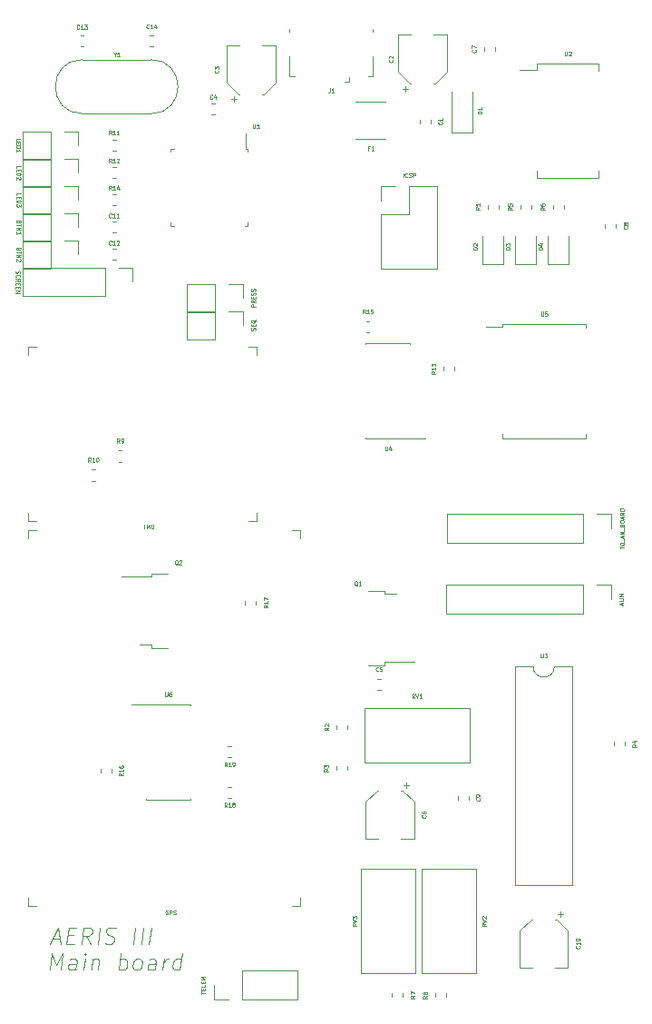
<source format=gto>
G04 #@! TF.GenerationSoftware,KiCad,Pcbnew,(5.1.0)-1*
G04 #@! TF.CreationDate,2019-06-01T09:59:27+02:00*
G04 #@! TF.ProjectId,Main_board,4d61696e-5f62-46f6-9172-642e6b696361,V0-2*
G04 #@! TF.SameCoordinates,Original*
G04 #@! TF.FileFunction,Legend,Top*
G04 #@! TF.FilePolarity,Positive*
%FSLAX46Y46*%
G04 Gerber Fmt 4.6, Leading zero omitted, Abs format (unit mm)*
G04 Created by KiCad (PCBNEW (5.1.0)-1) date 2019-06-01 09:59:27*
%MOMM*%
%LPD*%
G04 APERTURE LIST*
%ADD10C,0.050800*%
G04 APERTURE END LIST*
D10*
X128244554Y-140973628D02*
X128435054Y-139449628D01*
X128806983Y-140538200D01*
X129451054Y-139449628D01*
X129260554Y-140973628D01*
X130639411Y-140973628D02*
X130739197Y-140175342D01*
X130684768Y-140030200D01*
X130548697Y-139957628D01*
X130258411Y-139957628D01*
X130104197Y-140030200D01*
X130648483Y-140901057D02*
X130494268Y-140973628D01*
X130131411Y-140973628D01*
X129995340Y-140901057D01*
X129940911Y-140755914D01*
X129959054Y-140610771D01*
X130049768Y-140465628D01*
X130203983Y-140393057D01*
X130566840Y-140393057D01*
X130721054Y-140320485D01*
X131365126Y-140973628D02*
X131492126Y-139957628D01*
X131555626Y-139449628D02*
X131473983Y-139522200D01*
X131537483Y-139594771D01*
X131619126Y-139522200D01*
X131555626Y-139449628D01*
X131537483Y-139594771D01*
X132217840Y-139957628D02*
X132090840Y-140973628D01*
X132199697Y-140102771D02*
X132281340Y-140030200D01*
X132435554Y-139957628D01*
X132653268Y-139957628D01*
X132789340Y-140030200D01*
X132843768Y-140175342D01*
X132743983Y-140973628D01*
X134630840Y-140973628D02*
X134821340Y-139449628D01*
X134748768Y-140030200D02*
X134902983Y-139957628D01*
X135193268Y-139957628D01*
X135329340Y-140030200D01*
X135392840Y-140102771D01*
X135447268Y-140247914D01*
X135392840Y-140683342D01*
X135302126Y-140828485D01*
X135220483Y-140901057D01*
X135066268Y-140973628D01*
X134775983Y-140973628D01*
X134639911Y-140901057D01*
X136227411Y-140973628D02*
X136091340Y-140901057D01*
X136027840Y-140828485D01*
X135973411Y-140683342D01*
X136027840Y-140247914D01*
X136118554Y-140102771D01*
X136200197Y-140030200D01*
X136354411Y-139957628D01*
X136572126Y-139957628D01*
X136708197Y-140030200D01*
X136771697Y-140102771D01*
X136826126Y-140247914D01*
X136771697Y-140683342D01*
X136680983Y-140828485D01*
X136599340Y-140901057D01*
X136445126Y-140973628D01*
X136227411Y-140973628D01*
X138041697Y-140973628D02*
X138141483Y-140175342D01*
X138087054Y-140030200D01*
X137950983Y-139957628D01*
X137660697Y-139957628D01*
X137506483Y-140030200D01*
X138050768Y-140901057D02*
X137896554Y-140973628D01*
X137533697Y-140973628D01*
X137397626Y-140901057D01*
X137343197Y-140755914D01*
X137361340Y-140610771D01*
X137452054Y-140465628D01*
X137606268Y-140393057D01*
X137969126Y-140393057D01*
X138123340Y-140320485D01*
X138767411Y-140973628D02*
X138894411Y-139957628D01*
X138858126Y-140247914D02*
X138948840Y-140102771D01*
X139030483Y-140030200D01*
X139184697Y-139957628D01*
X139329840Y-139957628D01*
X140363983Y-140973628D02*
X140554483Y-139449628D01*
X140373054Y-140901057D02*
X140218840Y-140973628D01*
X139928554Y-140973628D01*
X139792483Y-140901057D01*
X139728983Y-140828485D01*
X139674554Y-140683342D01*
X139728983Y-140247914D01*
X139819697Y-140102771D01*
X139901340Y-140030200D01*
X140055554Y-139957628D01*
X140345840Y-139957628D01*
X140481911Y-140030200D01*
X128465897Y-138099800D02*
X129191611Y-138099800D01*
X128266326Y-138535228D02*
X128964826Y-137011228D01*
X129282326Y-138535228D01*
X129890111Y-137736942D02*
X130398111Y-137736942D01*
X130516040Y-138535228D02*
X129790326Y-138535228D01*
X129980826Y-137011228D01*
X130706540Y-137011228D01*
X132040040Y-138535228D02*
X131622754Y-137809514D01*
X131169183Y-138535228D02*
X131359683Y-137011228D01*
X131940254Y-137011228D01*
X132076326Y-137083800D01*
X132139826Y-137156371D01*
X132194254Y-137301514D01*
X132167040Y-137519228D01*
X132076326Y-137664371D01*
X131994683Y-137736942D01*
X131840468Y-137809514D01*
X131259897Y-137809514D01*
X132693183Y-138535228D02*
X132883683Y-137011228D01*
X133355397Y-138462657D02*
X133564040Y-138535228D01*
X133926897Y-138535228D01*
X134081111Y-138462657D01*
X134162754Y-138390085D01*
X134253468Y-138244942D01*
X134271611Y-138099800D01*
X134217183Y-137954657D01*
X134153683Y-137882085D01*
X134017611Y-137809514D01*
X133736397Y-137736942D01*
X133600326Y-137664371D01*
X133536826Y-137591800D01*
X133482397Y-137446657D01*
X133500540Y-137301514D01*
X133591254Y-137156371D01*
X133672897Y-137083800D01*
X133827111Y-137011228D01*
X134189968Y-137011228D01*
X134398611Y-137083800D01*
X136031468Y-138535228D02*
X136221968Y-137011228D01*
X136757183Y-138535228D02*
X136947683Y-137011228D01*
X137482897Y-138535228D02*
X137673397Y-137011228D01*
X147523200Y-99136200D02*
X146761200Y-99136200D01*
X147523200Y-98374200D02*
X147523200Y-99136200D01*
X147523200Y-82880200D02*
X146761200Y-82880200D01*
X147523200Y-83642200D02*
X147523200Y-82880200D01*
X126187200Y-82880200D02*
X126187200Y-83642200D01*
X126949200Y-82880200D02*
X126187200Y-82880200D01*
X126187200Y-99136200D02*
X126949200Y-99136200D01*
X126187200Y-98374200D02*
X126187200Y-99136200D01*
X134376379Y-73734200D02*
X134050821Y-73734200D01*
X134376379Y-74754200D02*
X134050821Y-74754200D01*
X134376379Y-71194200D02*
X134050821Y-71194200D01*
X134376379Y-72214200D02*
X134050821Y-72214200D01*
X166291800Y-124754421D02*
X166291800Y-125079979D01*
X167311800Y-124754421D02*
X167311800Y-125079979D01*
X161779200Y-123742000D02*
X161279200Y-123742000D01*
X161529200Y-123492000D02*
X161529200Y-123992000D01*
X158773637Y-124232000D02*
X157709200Y-125296437D01*
X161164763Y-124232000D02*
X162229200Y-125296437D01*
X161164763Y-124232000D02*
X161029200Y-124232000D01*
X158773637Y-124232000D02*
X158909200Y-124232000D01*
X157709200Y-125296437D02*
X157709200Y-128752000D01*
X162229200Y-125296437D02*
X162229200Y-128752000D01*
X162229200Y-128752000D02*
X161029200Y-128752000D01*
X157709200Y-128752000D02*
X158909200Y-128752000D01*
X180603200Y-105070600D02*
X180603200Y-106400600D01*
X179273200Y-105070600D02*
X180603200Y-105070600D01*
X178003200Y-105070600D02*
X178003200Y-107730600D01*
X178003200Y-107730600D02*
X165243200Y-107730600D01*
X178003200Y-105070600D02*
X165243200Y-105070600D01*
X165243200Y-105070600D02*
X165243200Y-107730600D01*
X130895400Y-70374200D02*
X130895400Y-71704200D01*
X129565400Y-70374200D02*
X130895400Y-70374200D01*
X128295400Y-70374200D02*
X128295400Y-73034200D01*
X128295400Y-73034200D02*
X125695400Y-73034200D01*
X128295400Y-70374200D02*
X125695400Y-70374200D01*
X125695400Y-70374200D02*
X125695400Y-73034200D01*
X125695400Y-72914200D02*
X125695400Y-75574200D01*
X128295400Y-72914200D02*
X125695400Y-72914200D01*
X128295400Y-75574200D02*
X125695400Y-75574200D01*
X128295400Y-72914200D02*
X128295400Y-75574200D01*
X129565400Y-72914200D02*
X130895400Y-72914200D01*
X130895400Y-72914200D02*
X130895400Y-74244200D01*
X162761200Y-61686121D02*
X162761200Y-62011679D01*
X163781200Y-61686121D02*
X163781200Y-62011679D01*
X165277200Y-53772400D02*
X164077200Y-53772400D01*
X160757200Y-53772400D02*
X161957200Y-53772400D01*
X160757200Y-57227963D02*
X160757200Y-53772400D01*
X165277200Y-57227963D02*
X165277200Y-53772400D01*
X164212763Y-58292400D02*
X164077200Y-58292400D01*
X161821637Y-58292400D02*
X161957200Y-58292400D01*
X161821637Y-58292400D02*
X160757200Y-57227963D01*
X164212763Y-58292400D02*
X165277200Y-57227963D01*
X161457200Y-59032400D02*
X161457200Y-58532400D01*
X161207200Y-58782400D02*
X161707200Y-58782400D01*
X145205200Y-59773000D02*
X145705200Y-59773000D01*
X145455200Y-60023000D02*
X145455200Y-59523000D01*
X148210763Y-59283000D02*
X149275200Y-58218563D01*
X145819637Y-59283000D02*
X144755200Y-58218563D01*
X145819637Y-59283000D02*
X145955200Y-59283000D01*
X148210763Y-59283000D02*
X148075200Y-59283000D01*
X149275200Y-58218563D02*
X149275200Y-54763000D01*
X144755200Y-58218563D02*
X144755200Y-54763000D01*
X144755200Y-54763000D02*
X145955200Y-54763000D01*
X149275200Y-54763000D02*
X148075200Y-54763000D01*
X143647379Y-61190600D02*
X143321821Y-61190600D01*
X143647379Y-60170600D02*
X143321821Y-60170600D01*
X158790421Y-113866200D02*
X159115979Y-113866200D01*
X158790421Y-114886200D02*
X159115979Y-114886200D01*
X168755600Y-55255379D02*
X168755600Y-54929821D01*
X169775600Y-55255379D02*
X169775600Y-54929821D01*
X180058600Y-71414421D02*
X180058600Y-71739979D01*
X181078600Y-71414421D02*
X181078600Y-71739979D01*
X176155600Y-135756200D02*
X175655600Y-135756200D01*
X175905600Y-135506200D02*
X175905600Y-136006200D01*
X173150037Y-136246200D02*
X172085600Y-137310637D01*
X175541163Y-136246200D02*
X176605600Y-137310637D01*
X175541163Y-136246200D02*
X175405600Y-136246200D01*
X173150037Y-136246200D02*
X173285600Y-136246200D01*
X172085600Y-137310637D02*
X172085600Y-140766200D01*
X176605600Y-137310637D02*
X176605600Y-140766200D01*
X176605600Y-140766200D02*
X175405600Y-140766200D01*
X172085600Y-140766200D02*
X173285600Y-140766200D01*
X131079021Y-53795200D02*
X131404579Y-53795200D01*
X131079021Y-54815200D02*
X131404579Y-54815200D01*
X137881579Y-53795200D02*
X137556021Y-53795200D01*
X137881579Y-54815200D02*
X137556021Y-54815200D01*
X165700200Y-62909000D02*
X167700200Y-62909000D01*
X167700200Y-62909000D02*
X167700200Y-59059000D01*
X165700200Y-62909000D02*
X165700200Y-59059000D01*
X168635800Y-72507600D02*
X168635800Y-75192600D01*
X168635800Y-75192600D02*
X170555800Y-75192600D01*
X170555800Y-75192600D02*
X170555800Y-72507600D01*
X171683800Y-72507600D02*
X171683800Y-75192600D01*
X171683800Y-75192600D02*
X173603800Y-75192600D01*
X173603800Y-75192600D02*
X173603800Y-72507600D01*
X176651800Y-75192600D02*
X176651800Y-72507600D01*
X174731800Y-75192600D02*
X176651800Y-75192600D01*
X174731800Y-72507600D02*
X174731800Y-75192600D01*
X159577452Y-63432000D02*
X156804948Y-63432000D01*
X159577452Y-60012000D02*
X156804948Y-60012000D01*
X151561800Y-99949000D02*
X151561800Y-100711000D01*
X150799800Y-99949000D02*
X151561800Y-99949000D01*
X126161800Y-99949000D02*
X126161800Y-100711000D01*
X126923800Y-99949000D02*
X126161800Y-99949000D01*
X126161800Y-135001000D02*
X126923800Y-135001000D01*
X126161800Y-134239000D02*
X126161800Y-135001000D01*
X151561800Y-135001000D02*
X151561800Y-134239000D01*
X150799800Y-135001000D02*
X151561800Y-135001000D01*
X159172600Y-75599600D02*
X164372600Y-75599600D01*
X159172600Y-70459600D02*
X159172600Y-75599600D01*
X164372600Y-67859600D02*
X164372600Y-75599600D01*
X159172600Y-70459600D02*
X161772600Y-70459600D01*
X161772600Y-70459600D02*
X161772600Y-67859600D01*
X161772600Y-67859600D02*
X164372600Y-67859600D01*
X159172600Y-69189600D02*
X159172600Y-67859600D01*
X159172600Y-67859600D02*
X160502600Y-67859600D01*
X158408200Y-57617100D02*
X157958200Y-57617100D01*
X158408200Y-55767100D02*
X158408200Y-57617100D01*
X150608200Y-53217100D02*
X150608200Y-53467100D01*
X158408200Y-53217100D02*
X158408200Y-53467100D01*
X150608200Y-55767100D02*
X150608200Y-57617100D01*
X150608200Y-57617100D02*
X151058200Y-57617100D01*
X156208200Y-58167100D02*
X155758200Y-58167100D01*
X156208200Y-58167100D02*
X156208200Y-57717100D01*
X130895400Y-62754200D02*
X130895400Y-64084200D01*
X129565400Y-62754200D02*
X130895400Y-62754200D01*
X128295400Y-62754200D02*
X128295400Y-65414200D01*
X128295400Y-65414200D02*
X125695400Y-65414200D01*
X128295400Y-62754200D02*
X125695400Y-62754200D01*
X125695400Y-62754200D02*
X125695400Y-65414200D01*
X125695400Y-65294200D02*
X125695400Y-67954200D01*
X128295400Y-65294200D02*
X125695400Y-65294200D01*
X128295400Y-67954200D02*
X125695400Y-67954200D01*
X128295400Y-65294200D02*
X128295400Y-67954200D01*
X129565400Y-65294200D02*
X130895400Y-65294200D01*
X130895400Y-65294200D02*
X130895400Y-66624200D01*
X125695400Y-67834200D02*
X125695400Y-70494200D01*
X128295400Y-67834200D02*
X125695400Y-67834200D01*
X128295400Y-70494200D02*
X125695400Y-70494200D01*
X128295400Y-67834200D02*
X128295400Y-70494200D01*
X129565400Y-67834200D02*
X130895400Y-67834200D01*
X130895400Y-67834200D02*
X130895400Y-69164200D01*
X141037000Y-76978200D02*
X141037000Y-79638200D01*
X143637000Y-76978200D02*
X141037000Y-76978200D01*
X143637000Y-79638200D02*
X141037000Y-79638200D01*
X143637000Y-76978200D02*
X143637000Y-79638200D01*
X144907000Y-76978200D02*
X146237000Y-76978200D01*
X146237000Y-76978200D02*
X146237000Y-78308200D01*
X159457800Y-105914000D02*
X160557800Y-105914000D01*
X159457800Y-105644000D02*
X159457800Y-105914000D01*
X157957800Y-105644000D02*
X159457800Y-105644000D01*
X159457800Y-112274000D02*
X162287800Y-112274000D01*
X159457800Y-112544000D02*
X159457800Y-112274000D01*
X157957800Y-112544000D02*
X159457800Y-112544000D01*
X139250401Y-104032801D02*
X137750401Y-104032801D01*
X137750401Y-104032801D02*
X137750401Y-104302801D01*
X137750401Y-104302801D02*
X134920401Y-104302801D01*
X139250401Y-110932801D02*
X137750401Y-110932801D01*
X137750401Y-110932801D02*
X137750401Y-110662801D01*
X137750401Y-110662801D02*
X136650401Y-110662801D01*
X170105800Y-69636421D02*
X170105800Y-69961979D01*
X169085800Y-69636421D02*
X169085800Y-69961979D01*
X156008800Y-118501379D02*
X156008800Y-118175821D01*
X154988800Y-118501379D02*
X154988800Y-118175821D01*
X154963400Y-122336779D02*
X154963400Y-122011221D01*
X155983400Y-122336779D02*
X155983400Y-122011221D01*
X180896800Y-119725221D02*
X180896800Y-120050779D01*
X181916800Y-119725221D02*
X181916800Y-120050779D01*
X172133800Y-69961979D02*
X172133800Y-69636421D01*
X173153800Y-69961979D02*
X173153800Y-69636421D01*
X175181800Y-69961979D02*
X175181800Y-69636421D01*
X176201800Y-69961979D02*
X176201800Y-69636421D01*
X160170400Y-143169421D02*
X160170400Y-143494979D01*
X161190400Y-143169421D02*
X161190400Y-143494979D01*
X164183600Y-143494979D02*
X164183600Y-143169421D01*
X165203600Y-143494979D02*
X165203600Y-143169421D01*
X134635021Y-93575600D02*
X134960579Y-93575600D01*
X134635021Y-92555600D02*
X134960579Y-92555600D01*
X132120421Y-94333600D02*
X132445979Y-94333600D01*
X132120421Y-95353600D02*
X132445979Y-95353600D01*
X134050821Y-64594200D02*
X134376379Y-64594200D01*
X134050821Y-63574200D02*
X134376379Y-63574200D01*
X134050821Y-67134200D02*
X134376379Y-67134200D01*
X134050821Y-66114200D02*
X134376379Y-66114200D01*
X164971000Y-85074979D02*
X164971000Y-84749421D01*
X165991000Y-85074979D02*
X165991000Y-84749421D01*
X134050821Y-68654200D02*
X134376379Y-68654200D01*
X134050821Y-69674200D02*
X134376379Y-69674200D01*
X157749021Y-80516000D02*
X158074579Y-80516000D01*
X157749021Y-81536000D02*
X158074579Y-81536000D01*
X132941600Y-122239821D02*
X132941600Y-122565379D01*
X133961600Y-122239821D02*
X133961600Y-122565379D01*
X147474400Y-106542721D02*
X147474400Y-106868279D01*
X146454400Y-106542721D02*
X146454400Y-106868279D01*
X145171379Y-123950000D02*
X144845821Y-123950000D01*
X145171379Y-124970000D02*
X144845821Y-124970000D01*
X145171379Y-120140000D02*
X144845821Y-120140000D01*
X145171379Y-121160000D02*
X144845821Y-121160000D01*
X157624200Y-116570600D02*
X167394200Y-116570600D01*
X157624200Y-121640600D02*
X167394200Y-121640600D01*
X157624200Y-116570600D02*
X157624200Y-121640600D01*
X167394200Y-116570600D02*
X167394200Y-121640600D01*
X162976400Y-141308400D02*
X162976400Y-131538400D01*
X168046400Y-141308400D02*
X168046400Y-131538400D01*
X162976400Y-141308400D02*
X168046400Y-141308400D01*
X162976400Y-131538400D02*
X168046400Y-131538400D01*
X157261400Y-131538400D02*
X162331400Y-131538400D01*
X157261400Y-141308400D02*
X162331400Y-141308400D01*
X162331400Y-141308400D02*
X162331400Y-131538400D01*
X157261400Y-141308400D02*
X157261400Y-131538400D01*
X125695400Y-75454200D02*
X125695400Y-78114200D01*
X133375400Y-75454200D02*
X125695400Y-75454200D01*
X133375400Y-78114200D02*
X125695400Y-78114200D01*
X133375400Y-75454200D02*
X133375400Y-78114200D01*
X134645400Y-75454200D02*
X135975400Y-75454200D01*
X135975400Y-75454200D02*
X135975400Y-76784200D01*
X146237000Y-79518200D02*
X146237000Y-80848200D01*
X144907000Y-79518200D02*
X146237000Y-79518200D01*
X143637000Y-79518200D02*
X143637000Y-82178200D01*
X143637000Y-82178200D02*
X141037000Y-82178200D01*
X143637000Y-79518200D02*
X141037000Y-79518200D01*
X141037000Y-79518200D02*
X141037000Y-82178200D01*
X151317000Y-143722400D02*
X151317000Y-141062400D01*
X146177000Y-143722400D02*
X151317000Y-143722400D01*
X146177000Y-141062400D02*
X151317000Y-141062400D01*
X146177000Y-143722400D02*
X146177000Y-141062400D01*
X144907000Y-143722400D02*
X143577000Y-143722400D01*
X143577000Y-143722400D02*
X143577000Y-142392400D01*
X165294000Y-98466600D02*
X165294000Y-101126600D01*
X178054000Y-98466600D02*
X165294000Y-98466600D01*
X178054000Y-101126600D02*
X165294000Y-101126600D01*
X178054000Y-98466600D02*
X178054000Y-101126600D01*
X179324000Y-98466600D02*
X180654000Y-98466600D01*
X180654000Y-98466600D02*
X180654000Y-99796600D01*
X146720400Y-64364400D02*
X146495400Y-64364400D01*
X146720400Y-71614400D02*
X146395400Y-71614400D01*
X139470400Y-71614400D02*
X139795400Y-71614400D01*
X139470400Y-64364400D02*
X139795400Y-64364400D01*
X146720400Y-64364400D02*
X146720400Y-64689400D01*
X139470400Y-64364400D02*
X139470400Y-64689400D01*
X139470400Y-71614400D02*
X139470400Y-71289400D01*
X146720400Y-71614400D02*
X146720400Y-71289400D01*
X146495400Y-64364400D02*
X146495400Y-62939400D01*
X173705800Y-56447800D02*
X173705800Y-57022800D01*
X179455800Y-56447800D02*
X179455800Y-57097800D01*
X179455800Y-67097800D02*
X179455800Y-66447800D01*
X173705800Y-67097800D02*
X173705800Y-66447800D01*
X173705800Y-56447800D02*
X179455800Y-56447800D01*
X173705800Y-67097800D02*
X179455800Y-67097800D01*
X173705800Y-57022800D02*
X172105800Y-57022800D01*
X175345600Y-112665200D02*
G75*
G02X173345600Y-112665200I-1000000J0D01*
G01*
X173345600Y-112665200D02*
X171695600Y-112665200D01*
X171695600Y-112665200D02*
X171695600Y-133105200D01*
X171695600Y-133105200D02*
X176995600Y-133105200D01*
X176995600Y-133105200D02*
X176995600Y-112665200D01*
X176995600Y-112665200D02*
X175345600Y-112665200D01*
X161884200Y-91394600D02*
X163259200Y-91394600D01*
X161884200Y-82519600D02*
X157734200Y-82519600D01*
X161884200Y-91419600D02*
X157734200Y-91419600D01*
X161884200Y-82519600D02*
X161884200Y-82634600D01*
X157734200Y-82519600D02*
X157734200Y-82634600D01*
X157734200Y-91419600D02*
X157734200Y-91304600D01*
X161884200Y-91419600D02*
X161884200Y-91394600D01*
X170496000Y-80730200D02*
X170496000Y-81005200D01*
X178246000Y-80730200D02*
X178246000Y-81085200D01*
X178246000Y-91380200D02*
X178246000Y-91025200D01*
X170496000Y-91380200D02*
X170496000Y-91025200D01*
X170496000Y-80730200D02*
X178246000Y-80730200D01*
X170496000Y-91380200D02*
X178246000Y-91380200D01*
X170496000Y-81005200D02*
X168971000Y-81005200D01*
X137193200Y-116200000D02*
X137193200Y-116225000D01*
X141343200Y-116200000D02*
X141343200Y-116315000D01*
X141343200Y-125100000D02*
X141343200Y-124985000D01*
X137193200Y-125100000D02*
X137193200Y-124985000D01*
X137193200Y-116200000D02*
X141343200Y-116200000D01*
X137193200Y-125100000D02*
X141343200Y-125100000D01*
X137193200Y-116225000D02*
X135818200Y-116225000D01*
X137666000Y-61122800D02*
X131266000Y-61122800D01*
X137666000Y-56072800D02*
X131266000Y-56072800D01*
X137666000Y-56072800D02*
G75*
G02X137666000Y-61122800I0J-2525000D01*
G01*
X131266000Y-56072800D02*
G75*
G03X131266000Y-61122800I0J-2525000D01*
G01*
X137072914Y-99816557D02*
X137072914Y-99435557D01*
X137254342Y-99816557D02*
X137254342Y-99435557D01*
X137381342Y-99707700D01*
X137508342Y-99435557D01*
X137508342Y-99816557D01*
X137689771Y-99435557D02*
X137689771Y-99743985D01*
X137707914Y-99780271D01*
X137726057Y-99798414D01*
X137762342Y-99816557D01*
X137834914Y-99816557D01*
X137871200Y-99798414D01*
X137889342Y-99780271D01*
X137907485Y-99743985D01*
X137907485Y-99435557D01*
X133968671Y-73313471D02*
X133950528Y-73331614D01*
X133896100Y-73349757D01*
X133859814Y-73349757D01*
X133805385Y-73331614D01*
X133769100Y-73295328D01*
X133750957Y-73259042D01*
X133732814Y-73186471D01*
X133732814Y-73132042D01*
X133750957Y-73059471D01*
X133769100Y-73023185D01*
X133805385Y-72986900D01*
X133859814Y-72968757D01*
X133896100Y-72968757D01*
X133950528Y-72986900D01*
X133968671Y-73005042D01*
X134331528Y-73349757D02*
X134113814Y-73349757D01*
X134222671Y-73349757D02*
X134222671Y-72968757D01*
X134186385Y-73023185D01*
X134150100Y-73059471D01*
X134113814Y-73077614D01*
X134476671Y-73005042D02*
X134494814Y-72986900D01*
X134531100Y-72968757D01*
X134621814Y-72968757D01*
X134658100Y-72986900D01*
X134676242Y-73005042D01*
X134694385Y-73041328D01*
X134694385Y-73077614D01*
X134676242Y-73132042D01*
X134458528Y-73349757D01*
X134694385Y-73349757D01*
X133968671Y-70773471D02*
X133950528Y-70791614D01*
X133896100Y-70809757D01*
X133859814Y-70809757D01*
X133805385Y-70791614D01*
X133769100Y-70755328D01*
X133750957Y-70719042D01*
X133732814Y-70646471D01*
X133732814Y-70592042D01*
X133750957Y-70519471D01*
X133769100Y-70483185D01*
X133805385Y-70446900D01*
X133859814Y-70428757D01*
X133896100Y-70428757D01*
X133950528Y-70446900D01*
X133968671Y-70465042D01*
X134331528Y-70809757D02*
X134113814Y-70809757D01*
X134222671Y-70809757D02*
X134222671Y-70428757D01*
X134186385Y-70483185D01*
X134150100Y-70519471D01*
X134113814Y-70537614D01*
X134694385Y-70809757D02*
X134476671Y-70809757D01*
X134585528Y-70809757D02*
X134585528Y-70428757D01*
X134549242Y-70483185D01*
X134512957Y-70519471D01*
X134476671Y-70537614D01*
X168367871Y-124980700D02*
X168386014Y-124998842D01*
X168404157Y-125053271D01*
X168404157Y-125089557D01*
X168386014Y-125143985D01*
X168349728Y-125180271D01*
X168313442Y-125198414D01*
X168240871Y-125216557D01*
X168186442Y-125216557D01*
X168113871Y-125198414D01*
X168077585Y-125180271D01*
X168041300Y-125143985D01*
X168023157Y-125089557D01*
X168023157Y-125053271D01*
X168041300Y-124998842D01*
X168059442Y-124980700D01*
X168404157Y-124799271D02*
X168404157Y-124726700D01*
X168386014Y-124690414D01*
X168367871Y-124672271D01*
X168313442Y-124635985D01*
X168240871Y-124617842D01*
X168095728Y-124617842D01*
X168059442Y-124635985D01*
X168041300Y-124654128D01*
X168023157Y-124690414D01*
X168023157Y-124762985D01*
X168041300Y-124799271D01*
X168059442Y-124817414D01*
X168095728Y-124835557D01*
X168186442Y-124835557D01*
X168222728Y-124817414D01*
X168240871Y-124799271D01*
X168259014Y-124762985D01*
X168259014Y-124690414D01*
X168240871Y-124654128D01*
X168222728Y-124635985D01*
X168186442Y-124617842D01*
X163305271Y-126555500D02*
X163323414Y-126573642D01*
X163341557Y-126628071D01*
X163341557Y-126664357D01*
X163323414Y-126718785D01*
X163287128Y-126755071D01*
X163250842Y-126773214D01*
X163178271Y-126791357D01*
X163123842Y-126791357D01*
X163051271Y-126773214D01*
X163014985Y-126755071D01*
X162978700Y-126718785D01*
X162960557Y-126664357D01*
X162960557Y-126628071D01*
X162978700Y-126573642D01*
X162996842Y-126555500D01*
X162960557Y-126228928D02*
X162960557Y-126301500D01*
X162978700Y-126337785D01*
X162996842Y-126355928D01*
X163051271Y-126392214D01*
X163123842Y-126410357D01*
X163268985Y-126410357D01*
X163305271Y-126392214D01*
X163323414Y-126374071D01*
X163341557Y-126337785D01*
X163341557Y-126265214D01*
X163323414Y-126228928D01*
X163305271Y-126210785D01*
X163268985Y-126192642D01*
X163178271Y-126192642D01*
X163141985Y-126210785D01*
X163123842Y-126228928D01*
X163105700Y-126265214D01*
X163105700Y-126337785D01*
X163123842Y-126374071D01*
X163141985Y-126392214D01*
X163178271Y-126410357D01*
X181666700Y-106953957D02*
X181666700Y-106772528D01*
X181775557Y-106990242D02*
X181394557Y-106863242D01*
X181775557Y-106736242D01*
X181775557Y-106427814D02*
X181775557Y-106609242D01*
X181394557Y-106609242D01*
X181775557Y-106300814D02*
X181394557Y-106300814D01*
X181775557Y-106119385D02*
X181394557Y-106119385D01*
X181666700Y-105992385D01*
X181394557Y-105865385D01*
X181775557Y-105865385D01*
X125325414Y-71205271D02*
X125307271Y-71259700D01*
X125289128Y-71277842D01*
X125252842Y-71295985D01*
X125198414Y-71295985D01*
X125162128Y-71277842D01*
X125143985Y-71259700D01*
X125125842Y-71223414D01*
X125125842Y-71078271D01*
X125506842Y-71078271D01*
X125506842Y-71205271D01*
X125488700Y-71241557D01*
X125470557Y-71259700D01*
X125434271Y-71277842D01*
X125397985Y-71277842D01*
X125361700Y-71259700D01*
X125343557Y-71241557D01*
X125325414Y-71205271D01*
X125325414Y-71078271D01*
X125506842Y-71404842D02*
X125506842Y-71622557D01*
X125125842Y-71513700D02*
X125506842Y-71513700D01*
X125125842Y-71749557D02*
X125506842Y-71749557D01*
X125125842Y-71967271D01*
X125506842Y-71967271D01*
X125125842Y-72348271D02*
X125125842Y-72130557D01*
X125125842Y-72239414D02*
X125506842Y-72239414D01*
X125452414Y-72203128D01*
X125416128Y-72166842D01*
X125397985Y-72130557D01*
X125300014Y-73745271D02*
X125281871Y-73799700D01*
X125263728Y-73817842D01*
X125227442Y-73835985D01*
X125173014Y-73835985D01*
X125136728Y-73817842D01*
X125118585Y-73799700D01*
X125100442Y-73763414D01*
X125100442Y-73618271D01*
X125481442Y-73618271D01*
X125481442Y-73745271D01*
X125463300Y-73781557D01*
X125445157Y-73799700D01*
X125408871Y-73817842D01*
X125372585Y-73817842D01*
X125336300Y-73799700D01*
X125318157Y-73781557D01*
X125300014Y-73745271D01*
X125300014Y-73618271D01*
X125481442Y-73944842D02*
X125481442Y-74162557D01*
X125100442Y-74053700D02*
X125481442Y-74053700D01*
X125100442Y-74289557D02*
X125481442Y-74289557D01*
X125100442Y-74507271D01*
X125481442Y-74507271D01*
X125445157Y-74670557D02*
X125463300Y-74688700D01*
X125481442Y-74724985D01*
X125481442Y-74815700D01*
X125463300Y-74851985D01*
X125445157Y-74870128D01*
X125408871Y-74888271D01*
X125372585Y-74888271D01*
X125318157Y-74870128D01*
X125100442Y-74652414D01*
X125100442Y-74888271D01*
X164837271Y-61912400D02*
X164855414Y-61930542D01*
X164873557Y-61984971D01*
X164873557Y-62021257D01*
X164855414Y-62075685D01*
X164819128Y-62111971D01*
X164782842Y-62130114D01*
X164710271Y-62148257D01*
X164655842Y-62148257D01*
X164583271Y-62130114D01*
X164546985Y-62111971D01*
X164510700Y-62075685D01*
X164492557Y-62021257D01*
X164492557Y-61984971D01*
X164510700Y-61930542D01*
X164528842Y-61912400D01*
X164873557Y-61549542D02*
X164873557Y-61767257D01*
X164873557Y-61658400D02*
X164492557Y-61658400D01*
X164546985Y-61694685D01*
X164583271Y-61730971D01*
X164601414Y-61767257D01*
X160232271Y-56095900D02*
X160250414Y-56114042D01*
X160268557Y-56168471D01*
X160268557Y-56204757D01*
X160250414Y-56259185D01*
X160214128Y-56295471D01*
X160177842Y-56313614D01*
X160105271Y-56331757D01*
X160050842Y-56331757D01*
X159978271Y-56313614D01*
X159941985Y-56295471D01*
X159905700Y-56259185D01*
X159887557Y-56204757D01*
X159887557Y-56168471D01*
X159905700Y-56114042D01*
X159923842Y-56095900D01*
X159923842Y-55950757D02*
X159905700Y-55932614D01*
X159887557Y-55896328D01*
X159887557Y-55805614D01*
X159905700Y-55769328D01*
X159923842Y-55751185D01*
X159960128Y-55733042D01*
X159996414Y-55733042D01*
X160050842Y-55751185D01*
X160268557Y-55968900D01*
X160268557Y-55733042D01*
X143951271Y-57086500D02*
X143969414Y-57104642D01*
X143987557Y-57159071D01*
X143987557Y-57195357D01*
X143969414Y-57249785D01*
X143933128Y-57286071D01*
X143896842Y-57304214D01*
X143824271Y-57322357D01*
X143769842Y-57322357D01*
X143697271Y-57304214D01*
X143660985Y-57286071D01*
X143624700Y-57249785D01*
X143606557Y-57195357D01*
X143606557Y-57159071D01*
X143624700Y-57104642D01*
X143642842Y-57086500D01*
X143606557Y-56959500D02*
X143606557Y-56723642D01*
X143751700Y-56850642D01*
X143751700Y-56796214D01*
X143769842Y-56759928D01*
X143787985Y-56741785D01*
X143824271Y-56723642D01*
X143914985Y-56723642D01*
X143951271Y-56741785D01*
X143969414Y-56759928D01*
X143987557Y-56796214D01*
X143987557Y-56905071D01*
X143969414Y-56941357D01*
X143951271Y-56959500D01*
X143421100Y-59699071D02*
X143402957Y-59717214D01*
X143348528Y-59735357D01*
X143312242Y-59735357D01*
X143257814Y-59717214D01*
X143221528Y-59680928D01*
X143203385Y-59644642D01*
X143185242Y-59572071D01*
X143185242Y-59517642D01*
X143203385Y-59445071D01*
X143221528Y-59408785D01*
X143257814Y-59372500D01*
X143312242Y-59354357D01*
X143348528Y-59354357D01*
X143402957Y-59372500D01*
X143421100Y-59390642D01*
X143747671Y-59481357D02*
X143747671Y-59735357D01*
X143656957Y-59336214D02*
X143566242Y-59608357D01*
X143802100Y-59608357D01*
X158889700Y-113082271D02*
X158871557Y-113100414D01*
X158817128Y-113118557D01*
X158780842Y-113118557D01*
X158726414Y-113100414D01*
X158690128Y-113064128D01*
X158671985Y-113027842D01*
X158653842Y-112955271D01*
X158653842Y-112900842D01*
X158671985Y-112828271D01*
X158690128Y-112791985D01*
X158726414Y-112755700D01*
X158780842Y-112737557D01*
X158817128Y-112737557D01*
X158871557Y-112755700D01*
X158889700Y-112773842D01*
X159234414Y-112737557D02*
X159052985Y-112737557D01*
X159034842Y-112918985D01*
X159052985Y-112900842D01*
X159089271Y-112882700D01*
X159179985Y-112882700D01*
X159216271Y-112900842D01*
X159234414Y-112918985D01*
X159252557Y-112955271D01*
X159252557Y-113045985D01*
X159234414Y-113082271D01*
X159216271Y-113100414D01*
X159179985Y-113118557D01*
X159089271Y-113118557D01*
X159052985Y-113100414D01*
X159034842Y-113082271D01*
X167971671Y-55156100D02*
X167989814Y-55174242D01*
X168007957Y-55228671D01*
X168007957Y-55264957D01*
X167989814Y-55319385D01*
X167953528Y-55355671D01*
X167917242Y-55373814D01*
X167844671Y-55391957D01*
X167790242Y-55391957D01*
X167717671Y-55373814D01*
X167681385Y-55355671D01*
X167645100Y-55319385D01*
X167626957Y-55264957D01*
X167626957Y-55228671D01*
X167645100Y-55174242D01*
X167663242Y-55156100D01*
X167626957Y-55029100D02*
X167626957Y-54775100D01*
X168007957Y-54938385D01*
X182134671Y-71640700D02*
X182152814Y-71658842D01*
X182170957Y-71713271D01*
X182170957Y-71749557D01*
X182152814Y-71803985D01*
X182116528Y-71840271D01*
X182080242Y-71858414D01*
X182007671Y-71876557D01*
X181953242Y-71876557D01*
X181880671Y-71858414D01*
X181844385Y-71840271D01*
X181808100Y-71803985D01*
X181789957Y-71749557D01*
X181789957Y-71713271D01*
X181808100Y-71658842D01*
X181826242Y-71640700D01*
X181953242Y-71422985D02*
X181935100Y-71459271D01*
X181916957Y-71477414D01*
X181880671Y-71495557D01*
X181862528Y-71495557D01*
X181826242Y-71477414D01*
X181808100Y-71459271D01*
X181789957Y-71422985D01*
X181789957Y-71350414D01*
X181808100Y-71314128D01*
X181826242Y-71295985D01*
X181862528Y-71277842D01*
X181880671Y-71277842D01*
X181916957Y-71295985D01*
X181935100Y-71314128D01*
X181953242Y-71350414D01*
X181953242Y-71422985D01*
X181971385Y-71459271D01*
X181989528Y-71477414D01*
X182025814Y-71495557D01*
X182098385Y-71495557D01*
X182134671Y-71477414D01*
X182152814Y-71459271D01*
X182170957Y-71422985D01*
X182170957Y-71350414D01*
X182152814Y-71314128D01*
X182134671Y-71295985D01*
X182098385Y-71277842D01*
X182025814Y-71277842D01*
X181989528Y-71295985D01*
X181971385Y-71314128D01*
X181953242Y-71350414D01*
X177681671Y-138751128D02*
X177699814Y-138769271D01*
X177717957Y-138823700D01*
X177717957Y-138859985D01*
X177699814Y-138914414D01*
X177663528Y-138950700D01*
X177627242Y-138968842D01*
X177554671Y-138986985D01*
X177500242Y-138986985D01*
X177427671Y-138968842D01*
X177391385Y-138950700D01*
X177355100Y-138914414D01*
X177336957Y-138859985D01*
X177336957Y-138823700D01*
X177355100Y-138769271D01*
X177373242Y-138751128D01*
X177717957Y-138388271D02*
X177717957Y-138605985D01*
X177717957Y-138497128D02*
X177336957Y-138497128D01*
X177391385Y-138533414D01*
X177427671Y-138569700D01*
X177445814Y-138605985D01*
X177336957Y-138152414D02*
X177336957Y-138116128D01*
X177355100Y-138079842D01*
X177373242Y-138061700D01*
X177409528Y-138043557D01*
X177482100Y-138025414D01*
X177572814Y-138025414D01*
X177645385Y-138043557D01*
X177681671Y-138061700D01*
X177699814Y-138079842D01*
X177717957Y-138116128D01*
X177717957Y-138152414D01*
X177699814Y-138188700D01*
X177681671Y-138206842D01*
X177645385Y-138224985D01*
X177572814Y-138243128D01*
X177482100Y-138243128D01*
X177409528Y-138224985D01*
X177373242Y-138206842D01*
X177355100Y-138188700D01*
X177336957Y-138152414D01*
X130971471Y-53171271D02*
X130953328Y-53189414D01*
X130898900Y-53207557D01*
X130862614Y-53207557D01*
X130808185Y-53189414D01*
X130771900Y-53153128D01*
X130753757Y-53116842D01*
X130735614Y-53044271D01*
X130735614Y-52989842D01*
X130753757Y-52917271D01*
X130771900Y-52880985D01*
X130808185Y-52844700D01*
X130862614Y-52826557D01*
X130898900Y-52826557D01*
X130953328Y-52844700D01*
X130971471Y-52862842D01*
X131334328Y-53207557D02*
X131116614Y-53207557D01*
X131225471Y-53207557D02*
X131225471Y-52826557D01*
X131189185Y-52880985D01*
X131152900Y-52917271D01*
X131116614Y-52935414D01*
X131461328Y-52826557D02*
X131697185Y-52826557D01*
X131570185Y-52971700D01*
X131624614Y-52971700D01*
X131660900Y-52989842D01*
X131679042Y-53007985D01*
X131697185Y-53044271D01*
X131697185Y-53134985D01*
X131679042Y-53171271D01*
X131660900Y-53189414D01*
X131624614Y-53207557D01*
X131515757Y-53207557D01*
X131479471Y-53189414D01*
X131461328Y-53171271D01*
X137473871Y-53145871D02*
X137455728Y-53164014D01*
X137401300Y-53182157D01*
X137365014Y-53182157D01*
X137310585Y-53164014D01*
X137274300Y-53127728D01*
X137256157Y-53091442D01*
X137238014Y-53018871D01*
X137238014Y-52964442D01*
X137256157Y-52891871D01*
X137274300Y-52855585D01*
X137310585Y-52819300D01*
X137365014Y-52801157D01*
X137401300Y-52801157D01*
X137455728Y-52819300D01*
X137473871Y-52837442D01*
X137836728Y-53182157D02*
X137619014Y-53182157D01*
X137727871Y-53182157D02*
X137727871Y-52801157D01*
X137691585Y-52855585D01*
X137655300Y-52891871D01*
X137619014Y-52910014D01*
X138163300Y-52928157D02*
X138163300Y-53182157D01*
X138072585Y-52783014D02*
X137981871Y-53055157D01*
X138217728Y-53055157D01*
X168548957Y-61114214D02*
X168167957Y-61114214D01*
X168167957Y-61023500D01*
X168186100Y-60969071D01*
X168222385Y-60932785D01*
X168258671Y-60914642D01*
X168331242Y-60896500D01*
X168385671Y-60896500D01*
X168458242Y-60914642D01*
X168494528Y-60932785D01*
X168530814Y-60969071D01*
X168548957Y-61023500D01*
X168548957Y-61114214D01*
X168548957Y-60533642D02*
X168548957Y-60751357D01*
X168548957Y-60642500D02*
X168167957Y-60642500D01*
X168222385Y-60678785D01*
X168258671Y-60715071D01*
X168276814Y-60751357D01*
X168118157Y-73788814D02*
X167737157Y-73788814D01*
X167737157Y-73698100D01*
X167755300Y-73643671D01*
X167791585Y-73607385D01*
X167827871Y-73589242D01*
X167900442Y-73571100D01*
X167954871Y-73571100D01*
X168027442Y-73589242D01*
X168063728Y-73607385D01*
X168100014Y-73643671D01*
X168118157Y-73698100D01*
X168118157Y-73788814D01*
X167773442Y-73425957D02*
X167755300Y-73407814D01*
X167737157Y-73371528D01*
X167737157Y-73280814D01*
X167755300Y-73244528D01*
X167773442Y-73226385D01*
X167809728Y-73208242D01*
X167846014Y-73208242D01*
X167900442Y-73226385D01*
X168118157Y-73444100D01*
X168118157Y-73208242D01*
X171166157Y-73788814D02*
X170785157Y-73788814D01*
X170785157Y-73698100D01*
X170803300Y-73643671D01*
X170839585Y-73607385D01*
X170875871Y-73589242D01*
X170948442Y-73571100D01*
X171002871Y-73571100D01*
X171075442Y-73589242D01*
X171111728Y-73607385D01*
X171148014Y-73643671D01*
X171166157Y-73698100D01*
X171166157Y-73788814D01*
X170785157Y-73444100D02*
X170785157Y-73208242D01*
X170930300Y-73335242D01*
X170930300Y-73280814D01*
X170948442Y-73244528D01*
X170966585Y-73226385D01*
X171002871Y-73208242D01*
X171093585Y-73208242D01*
X171129871Y-73226385D01*
X171148014Y-73244528D01*
X171166157Y-73280814D01*
X171166157Y-73389671D01*
X171148014Y-73425957D01*
X171129871Y-73444100D01*
X174214157Y-73788814D02*
X173833157Y-73788814D01*
X173833157Y-73698100D01*
X173851300Y-73643671D01*
X173887585Y-73607385D01*
X173923871Y-73589242D01*
X173996442Y-73571100D01*
X174050871Y-73571100D01*
X174123442Y-73589242D01*
X174159728Y-73607385D01*
X174196014Y-73643671D01*
X174214157Y-73698100D01*
X174214157Y-73788814D01*
X173960157Y-73244528D02*
X174214157Y-73244528D01*
X173815014Y-73335242D02*
X174087157Y-73425957D01*
X174087157Y-73190100D01*
X158064200Y-64344785D02*
X157937200Y-64344785D01*
X157937200Y-64544357D02*
X157937200Y-64163357D01*
X158118628Y-64163357D01*
X158463342Y-64544357D02*
X158245628Y-64544357D01*
X158354485Y-64544357D02*
X158354485Y-64163357D01*
X158318200Y-64217785D01*
X158281914Y-64254071D01*
X158245628Y-64272214D01*
X139224657Y-135445500D02*
X139188371Y-135427357D01*
X139133942Y-135427357D01*
X139079514Y-135445500D01*
X139043228Y-135481785D01*
X139025085Y-135518071D01*
X139006942Y-135590642D01*
X139006942Y-135645071D01*
X139025085Y-135717642D01*
X139043228Y-135753928D01*
X139079514Y-135790214D01*
X139133942Y-135808357D01*
X139170228Y-135808357D01*
X139224657Y-135790214D01*
X139242800Y-135772071D01*
X139242800Y-135645071D01*
X139170228Y-135645071D01*
X139406085Y-135808357D02*
X139406085Y-135427357D01*
X139551228Y-135427357D01*
X139587514Y-135445500D01*
X139605657Y-135463642D01*
X139623800Y-135499928D01*
X139623800Y-135554357D01*
X139605657Y-135590642D01*
X139587514Y-135608785D01*
X139551228Y-135626928D01*
X139406085Y-135626928D01*
X139768942Y-135790214D02*
X139823371Y-135808357D01*
X139914085Y-135808357D01*
X139950371Y-135790214D01*
X139968514Y-135772071D01*
X139986657Y-135735785D01*
X139986657Y-135699500D01*
X139968514Y-135663214D01*
X139950371Y-135645071D01*
X139914085Y-135626928D01*
X139841514Y-135608785D01*
X139805228Y-135590642D01*
X139787085Y-135572500D01*
X139768942Y-135536214D01*
X139768942Y-135499928D01*
X139787085Y-135463642D01*
X139805228Y-135445500D01*
X139841514Y-135427357D01*
X139932228Y-135427357D01*
X139986657Y-135445500D01*
X161210171Y-67031957D02*
X161210171Y-66650957D01*
X161609314Y-66995671D02*
X161591171Y-67013814D01*
X161536742Y-67031957D01*
X161500457Y-67031957D01*
X161446028Y-67013814D01*
X161409742Y-66977528D01*
X161391600Y-66941242D01*
X161373457Y-66868671D01*
X161373457Y-66814242D01*
X161391600Y-66741671D01*
X161409742Y-66705385D01*
X161446028Y-66669100D01*
X161500457Y-66650957D01*
X161536742Y-66650957D01*
X161591171Y-66669100D01*
X161609314Y-66687242D01*
X161754457Y-67013814D02*
X161808885Y-67031957D01*
X161899600Y-67031957D01*
X161935885Y-67013814D01*
X161954028Y-66995671D01*
X161972171Y-66959385D01*
X161972171Y-66923100D01*
X161954028Y-66886814D01*
X161935885Y-66868671D01*
X161899600Y-66850528D01*
X161827028Y-66832385D01*
X161790742Y-66814242D01*
X161772600Y-66796100D01*
X161754457Y-66759814D01*
X161754457Y-66723528D01*
X161772600Y-66687242D01*
X161790742Y-66669100D01*
X161827028Y-66650957D01*
X161917742Y-66650957D01*
X161972171Y-66669100D01*
X162135457Y-67031957D02*
X162135457Y-66650957D01*
X162280600Y-66650957D01*
X162316885Y-66669100D01*
X162335028Y-66687242D01*
X162353171Y-66723528D01*
X162353171Y-66777957D01*
X162335028Y-66814242D01*
X162316885Y-66832385D01*
X162280600Y-66850528D01*
X162135457Y-66850528D01*
X154381200Y-58758457D02*
X154381200Y-59030600D01*
X154363057Y-59085028D01*
X154326771Y-59121314D01*
X154272342Y-59139457D01*
X154236057Y-59139457D01*
X154762200Y-59139457D02*
X154544485Y-59139457D01*
X154653342Y-59139457D02*
X154653342Y-58758457D01*
X154617057Y-58812885D01*
X154580771Y-58849171D01*
X154544485Y-58867314D01*
X125075042Y-63632442D02*
X125075042Y-63451014D01*
X125456042Y-63451014D01*
X125274614Y-63759442D02*
X125274614Y-63886442D01*
X125075042Y-63940871D02*
X125075042Y-63759442D01*
X125456042Y-63759442D01*
X125456042Y-63940871D01*
X125075042Y-64104157D02*
X125456042Y-64104157D01*
X125456042Y-64194871D01*
X125437900Y-64249300D01*
X125401614Y-64285585D01*
X125365328Y-64303728D01*
X125292757Y-64321871D01*
X125238328Y-64321871D01*
X125165757Y-64303728D01*
X125129471Y-64285585D01*
X125093185Y-64249300D01*
X125075042Y-64194871D01*
X125075042Y-64104157D01*
X125075042Y-64684728D02*
X125075042Y-64467014D01*
X125075042Y-64575871D02*
X125456042Y-64575871D01*
X125401614Y-64539585D01*
X125365328Y-64503300D01*
X125347185Y-64467014D01*
X125100442Y-66197842D02*
X125100442Y-66016414D01*
X125481442Y-66016414D01*
X125300014Y-66324842D02*
X125300014Y-66451842D01*
X125100442Y-66506271D02*
X125100442Y-66324842D01*
X125481442Y-66324842D01*
X125481442Y-66506271D01*
X125100442Y-66669557D02*
X125481442Y-66669557D01*
X125481442Y-66760271D01*
X125463300Y-66814700D01*
X125427014Y-66850985D01*
X125390728Y-66869128D01*
X125318157Y-66887271D01*
X125263728Y-66887271D01*
X125191157Y-66869128D01*
X125154871Y-66850985D01*
X125118585Y-66814700D01*
X125100442Y-66760271D01*
X125100442Y-66669557D01*
X125445157Y-67032414D02*
X125463300Y-67050557D01*
X125481442Y-67086842D01*
X125481442Y-67177557D01*
X125463300Y-67213842D01*
X125445157Y-67231985D01*
X125408871Y-67250128D01*
X125372585Y-67250128D01*
X125318157Y-67231985D01*
X125100442Y-67014271D01*
X125100442Y-67250128D01*
X125125842Y-68737842D02*
X125125842Y-68556414D01*
X125506842Y-68556414D01*
X125325414Y-68864842D02*
X125325414Y-68991842D01*
X125125842Y-69046271D02*
X125125842Y-68864842D01*
X125506842Y-68864842D01*
X125506842Y-69046271D01*
X125125842Y-69209557D02*
X125506842Y-69209557D01*
X125506842Y-69300271D01*
X125488700Y-69354700D01*
X125452414Y-69390985D01*
X125416128Y-69409128D01*
X125343557Y-69427271D01*
X125289128Y-69427271D01*
X125216557Y-69409128D01*
X125180271Y-69390985D01*
X125143985Y-69354700D01*
X125125842Y-69300271D01*
X125125842Y-69209557D01*
X125506842Y-69554271D02*
X125506842Y-69790128D01*
X125361700Y-69663128D01*
X125361700Y-69717557D01*
X125343557Y-69753842D01*
X125325414Y-69771985D01*
X125289128Y-69790128D01*
X125198414Y-69790128D01*
X125162128Y-69771985D01*
X125143985Y-69753842D01*
X125125842Y-69717557D01*
X125125842Y-69608700D01*
X125143985Y-69572414D01*
X125162128Y-69554271D01*
X147409357Y-79133700D02*
X147028357Y-79133700D01*
X147028357Y-78988557D01*
X147046500Y-78952271D01*
X147064642Y-78934128D01*
X147100928Y-78915985D01*
X147155357Y-78915985D01*
X147191642Y-78934128D01*
X147209785Y-78952271D01*
X147227928Y-78988557D01*
X147227928Y-79133700D01*
X147409357Y-78534985D02*
X147227928Y-78661985D01*
X147409357Y-78752700D02*
X147028357Y-78752700D01*
X147028357Y-78607557D01*
X147046500Y-78571271D01*
X147064642Y-78553128D01*
X147100928Y-78534985D01*
X147155357Y-78534985D01*
X147191642Y-78553128D01*
X147209785Y-78571271D01*
X147227928Y-78607557D01*
X147227928Y-78752700D01*
X147209785Y-78371700D02*
X147209785Y-78244700D01*
X147409357Y-78190271D02*
X147409357Y-78371700D01*
X147028357Y-78371700D01*
X147028357Y-78190271D01*
X147391214Y-78045128D02*
X147409357Y-77990700D01*
X147409357Y-77899985D01*
X147391214Y-77863700D01*
X147373071Y-77845557D01*
X147336785Y-77827414D01*
X147300500Y-77827414D01*
X147264214Y-77845557D01*
X147246071Y-77863700D01*
X147227928Y-77899985D01*
X147209785Y-77972557D01*
X147191642Y-78008842D01*
X147173500Y-78026985D01*
X147137214Y-78045128D01*
X147100928Y-78045128D01*
X147064642Y-78026985D01*
X147046500Y-78008842D01*
X147028357Y-77972557D01*
X147028357Y-77881842D01*
X147046500Y-77827414D01*
X147391214Y-77682271D02*
X147409357Y-77627842D01*
X147409357Y-77537128D01*
X147391214Y-77500842D01*
X147373071Y-77482700D01*
X147336785Y-77464557D01*
X147300500Y-77464557D01*
X147264214Y-77482700D01*
X147246071Y-77500842D01*
X147227928Y-77537128D01*
X147209785Y-77609700D01*
X147191642Y-77645985D01*
X147173500Y-77664128D01*
X147137214Y-77682271D01*
X147100928Y-77682271D01*
X147064642Y-77664128D01*
X147046500Y-77645985D01*
X147028357Y-77609700D01*
X147028357Y-77518985D01*
X147046500Y-77464557D01*
X156961114Y-105136042D02*
X156924828Y-105117900D01*
X156888542Y-105081614D01*
X156834114Y-105027185D01*
X156797828Y-105009042D01*
X156761542Y-105009042D01*
X156779685Y-105099757D02*
X156743400Y-105081614D01*
X156707114Y-105045328D01*
X156688971Y-104972757D01*
X156688971Y-104845757D01*
X156707114Y-104773185D01*
X156743400Y-104736900D01*
X156779685Y-104718757D01*
X156852257Y-104718757D01*
X156888542Y-104736900D01*
X156924828Y-104773185D01*
X156942971Y-104845757D01*
X156942971Y-104972757D01*
X156924828Y-105045328D01*
X156888542Y-105081614D01*
X156852257Y-105099757D01*
X156779685Y-105099757D01*
X157305828Y-105099757D02*
X157088114Y-105099757D01*
X157196971Y-105099757D02*
X157196971Y-104718757D01*
X157160685Y-104773185D01*
X157124400Y-104809471D01*
X157088114Y-104827614D01*
X140184115Y-103191443D02*
X140147829Y-103173301D01*
X140111543Y-103137015D01*
X140057115Y-103082586D01*
X140020829Y-103064443D01*
X139984543Y-103064443D01*
X140002686Y-103155158D02*
X139966401Y-103137015D01*
X139930115Y-103100729D01*
X139911972Y-103028158D01*
X139911972Y-102901158D01*
X139930115Y-102828586D01*
X139966401Y-102792301D01*
X140002686Y-102774158D01*
X140075258Y-102774158D01*
X140111543Y-102792301D01*
X140147829Y-102828586D01*
X140165972Y-102901158D01*
X140165972Y-103028158D01*
X140147829Y-103100729D01*
X140111543Y-103137015D01*
X140075258Y-103155158D01*
X140002686Y-103155158D01*
X140311115Y-102810443D02*
X140329258Y-102792301D01*
X140365543Y-102774158D01*
X140456258Y-102774158D01*
X140492543Y-102792301D01*
X140510686Y-102810443D01*
X140528829Y-102846729D01*
X140528829Y-102883015D01*
X140510686Y-102937443D01*
X140292972Y-103155158D01*
X140528829Y-103155158D01*
X168371157Y-69862700D02*
X168189728Y-69989700D01*
X168371157Y-70080414D02*
X167990157Y-70080414D01*
X167990157Y-69935271D01*
X168008300Y-69898985D01*
X168026442Y-69880842D01*
X168062728Y-69862700D01*
X168117157Y-69862700D01*
X168153442Y-69880842D01*
X168171585Y-69898985D01*
X168189728Y-69935271D01*
X168189728Y-70080414D01*
X168371157Y-69499842D02*
X168371157Y-69717557D01*
X168371157Y-69608700D02*
X167990157Y-69608700D01*
X168044585Y-69644985D01*
X168080871Y-69681271D01*
X168099014Y-69717557D01*
X154241157Y-118402100D02*
X154059728Y-118529100D01*
X154241157Y-118619814D02*
X153860157Y-118619814D01*
X153860157Y-118474671D01*
X153878300Y-118438385D01*
X153896442Y-118420242D01*
X153932728Y-118402100D01*
X153987157Y-118402100D01*
X154023442Y-118420242D01*
X154041585Y-118438385D01*
X154059728Y-118474671D01*
X154059728Y-118619814D01*
X153896442Y-118256957D02*
X153878300Y-118238814D01*
X153860157Y-118202528D01*
X153860157Y-118111814D01*
X153878300Y-118075528D01*
X153896442Y-118057385D01*
X153932728Y-118039242D01*
X153969014Y-118039242D01*
X154023442Y-118057385D01*
X154241157Y-118275100D01*
X154241157Y-118039242D01*
X154215757Y-122237500D02*
X154034328Y-122364500D01*
X154215757Y-122455214D02*
X153834757Y-122455214D01*
X153834757Y-122310071D01*
X153852900Y-122273785D01*
X153871042Y-122255642D01*
X153907328Y-122237500D01*
X153961757Y-122237500D01*
X153998042Y-122255642D01*
X154016185Y-122273785D01*
X154034328Y-122310071D01*
X154034328Y-122455214D01*
X153834757Y-122110500D02*
X153834757Y-121874642D01*
X153979900Y-122001642D01*
X153979900Y-121947214D01*
X153998042Y-121910928D01*
X154016185Y-121892785D01*
X154052471Y-121874642D01*
X154143185Y-121874642D01*
X154179471Y-121892785D01*
X154197614Y-121910928D01*
X154215757Y-121947214D01*
X154215757Y-122056071D01*
X154197614Y-122092357D01*
X154179471Y-122110500D01*
X183009157Y-119951500D02*
X182827728Y-120078500D01*
X183009157Y-120169214D02*
X182628157Y-120169214D01*
X182628157Y-120024071D01*
X182646300Y-119987785D01*
X182664442Y-119969642D01*
X182700728Y-119951500D01*
X182755157Y-119951500D01*
X182791442Y-119969642D01*
X182809585Y-119987785D01*
X182827728Y-120024071D01*
X182827728Y-120169214D01*
X182755157Y-119624928D02*
X183009157Y-119624928D01*
X182610014Y-119715642D02*
X182882157Y-119806357D01*
X182882157Y-119570500D01*
X171386157Y-69862700D02*
X171204728Y-69989700D01*
X171386157Y-70080414D02*
X171005157Y-70080414D01*
X171005157Y-69935271D01*
X171023300Y-69898985D01*
X171041442Y-69880842D01*
X171077728Y-69862700D01*
X171132157Y-69862700D01*
X171168442Y-69880842D01*
X171186585Y-69898985D01*
X171204728Y-69935271D01*
X171204728Y-70080414D01*
X171005157Y-69517985D02*
X171005157Y-69699414D01*
X171186585Y-69717557D01*
X171168442Y-69699414D01*
X171150300Y-69663128D01*
X171150300Y-69572414D01*
X171168442Y-69536128D01*
X171186585Y-69517985D01*
X171222871Y-69499842D01*
X171313585Y-69499842D01*
X171349871Y-69517985D01*
X171368014Y-69536128D01*
X171386157Y-69572414D01*
X171386157Y-69663128D01*
X171368014Y-69699414D01*
X171349871Y-69717557D01*
X174434157Y-69862700D02*
X174252728Y-69989700D01*
X174434157Y-70080414D02*
X174053157Y-70080414D01*
X174053157Y-69935271D01*
X174071300Y-69898985D01*
X174089442Y-69880842D01*
X174125728Y-69862700D01*
X174180157Y-69862700D01*
X174216442Y-69880842D01*
X174234585Y-69898985D01*
X174252728Y-69935271D01*
X174252728Y-70080414D01*
X174053157Y-69536128D02*
X174053157Y-69608700D01*
X174071300Y-69644985D01*
X174089442Y-69663128D01*
X174143871Y-69699414D01*
X174216442Y-69717557D01*
X174361585Y-69717557D01*
X174397871Y-69699414D01*
X174416014Y-69681271D01*
X174434157Y-69644985D01*
X174434157Y-69572414D01*
X174416014Y-69536128D01*
X174397871Y-69517985D01*
X174361585Y-69499842D01*
X174270871Y-69499842D01*
X174234585Y-69517985D01*
X174216442Y-69536128D01*
X174198300Y-69572414D01*
X174198300Y-69644985D01*
X174216442Y-69681271D01*
X174234585Y-69699414D01*
X174270871Y-69717557D01*
X162282757Y-143395700D02*
X162101328Y-143522700D01*
X162282757Y-143613414D02*
X161901757Y-143613414D01*
X161901757Y-143468271D01*
X161919900Y-143431985D01*
X161938042Y-143413842D01*
X161974328Y-143395700D01*
X162028757Y-143395700D01*
X162065042Y-143413842D01*
X162083185Y-143431985D01*
X162101328Y-143468271D01*
X162101328Y-143613414D01*
X161901757Y-143268700D02*
X161901757Y-143014700D01*
X162282757Y-143177985D01*
X163435957Y-143395700D02*
X163254528Y-143522700D01*
X163435957Y-143613414D02*
X163054957Y-143613414D01*
X163054957Y-143468271D01*
X163073100Y-143431985D01*
X163091242Y-143413842D01*
X163127528Y-143395700D01*
X163181957Y-143395700D01*
X163218242Y-143413842D01*
X163236385Y-143431985D01*
X163254528Y-143468271D01*
X163254528Y-143613414D01*
X163218242Y-143177985D02*
X163200100Y-143214271D01*
X163181957Y-143232414D01*
X163145671Y-143250557D01*
X163127528Y-143250557D01*
X163091242Y-143232414D01*
X163073100Y-143214271D01*
X163054957Y-143177985D01*
X163054957Y-143105414D01*
X163073100Y-143069128D01*
X163091242Y-143050985D01*
X163127528Y-143032842D01*
X163145671Y-143032842D01*
X163181957Y-143050985D01*
X163200100Y-143069128D01*
X163218242Y-143105414D01*
X163218242Y-143177985D01*
X163236385Y-143214271D01*
X163254528Y-143232414D01*
X163290814Y-143250557D01*
X163363385Y-143250557D01*
X163399671Y-143232414D01*
X163417814Y-143214271D01*
X163435957Y-143177985D01*
X163435957Y-143105414D01*
X163417814Y-143069128D01*
X163399671Y-143050985D01*
X163363385Y-143032842D01*
X163290814Y-143032842D01*
X163254528Y-143050985D01*
X163236385Y-143069128D01*
X163218242Y-143105414D01*
X134734300Y-91807957D02*
X134607300Y-91626528D01*
X134516585Y-91807957D02*
X134516585Y-91426957D01*
X134661728Y-91426957D01*
X134698014Y-91445100D01*
X134716157Y-91463242D01*
X134734300Y-91499528D01*
X134734300Y-91553957D01*
X134716157Y-91590242D01*
X134698014Y-91608385D01*
X134661728Y-91626528D01*
X134516585Y-91626528D01*
X134915728Y-91807957D02*
X134988300Y-91807957D01*
X135024585Y-91789814D01*
X135042728Y-91771671D01*
X135079014Y-91717242D01*
X135097157Y-91644671D01*
X135097157Y-91499528D01*
X135079014Y-91463242D01*
X135060871Y-91445100D01*
X135024585Y-91426957D01*
X134952014Y-91426957D01*
X134915728Y-91445100D01*
X134897585Y-91463242D01*
X134879442Y-91499528D01*
X134879442Y-91590242D01*
X134897585Y-91626528D01*
X134915728Y-91644671D01*
X134952014Y-91662814D01*
X135024585Y-91662814D01*
X135060871Y-91644671D01*
X135079014Y-91626528D01*
X135097157Y-91590242D01*
X132038271Y-93585957D02*
X131911271Y-93404528D01*
X131820557Y-93585957D02*
X131820557Y-93204957D01*
X131965700Y-93204957D01*
X132001985Y-93223100D01*
X132020128Y-93241242D01*
X132038271Y-93277528D01*
X132038271Y-93331957D01*
X132020128Y-93368242D01*
X132001985Y-93386385D01*
X131965700Y-93404528D01*
X131820557Y-93404528D01*
X132401128Y-93585957D02*
X132183414Y-93585957D01*
X132292271Y-93585957D02*
X132292271Y-93204957D01*
X132255985Y-93259385D01*
X132219700Y-93295671D01*
X132183414Y-93313814D01*
X132636985Y-93204957D02*
X132673271Y-93204957D01*
X132709557Y-93223100D01*
X132727700Y-93241242D01*
X132745842Y-93277528D01*
X132763985Y-93350100D01*
X132763985Y-93440814D01*
X132745842Y-93513385D01*
X132727700Y-93549671D01*
X132709557Y-93567814D01*
X132673271Y-93585957D01*
X132636985Y-93585957D01*
X132600700Y-93567814D01*
X132582557Y-93549671D01*
X132564414Y-93513385D01*
X132546271Y-93440814D01*
X132546271Y-93350100D01*
X132564414Y-93277528D01*
X132582557Y-93241242D01*
X132600700Y-93223100D01*
X132636985Y-93204957D01*
X133968671Y-63062757D02*
X133841671Y-62881328D01*
X133750957Y-63062757D02*
X133750957Y-62681757D01*
X133896100Y-62681757D01*
X133932385Y-62699900D01*
X133950528Y-62718042D01*
X133968671Y-62754328D01*
X133968671Y-62808757D01*
X133950528Y-62845042D01*
X133932385Y-62863185D01*
X133896100Y-62881328D01*
X133750957Y-62881328D01*
X134331528Y-63062757D02*
X134113814Y-63062757D01*
X134222671Y-63062757D02*
X134222671Y-62681757D01*
X134186385Y-62736185D01*
X134150100Y-62772471D01*
X134113814Y-62790614D01*
X134694385Y-63062757D02*
X134476671Y-63062757D01*
X134585528Y-63062757D02*
X134585528Y-62681757D01*
X134549242Y-62736185D01*
X134512957Y-62772471D01*
X134476671Y-62790614D01*
X133968671Y-65678957D02*
X133841671Y-65497528D01*
X133750957Y-65678957D02*
X133750957Y-65297957D01*
X133896100Y-65297957D01*
X133932385Y-65316100D01*
X133950528Y-65334242D01*
X133968671Y-65370528D01*
X133968671Y-65424957D01*
X133950528Y-65461242D01*
X133932385Y-65479385D01*
X133896100Y-65497528D01*
X133750957Y-65497528D01*
X134331528Y-65678957D02*
X134113814Y-65678957D01*
X134222671Y-65678957D02*
X134222671Y-65297957D01*
X134186385Y-65352385D01*
X134150100Y-65388671D01*
X134113814Y-65406814D01*
X134476671Y-65334242D02*
X134494814Y-65316100D01*
X134531100Y-65297957D01*
X134621814Y-65297957D01*
X134658100Y-65316100D01*
X134676242Y-65334242D01*
X134694385Y-65370528D01*
X134694385Y-65406814D01*
X134676242Y-65461242D01*
X134458528Y-65678957D01*
X134694385Y-65678957D01*
X164223357Y-85157128D02*
X164041928Y-85284128D01*
X164223357Y-85374842D02*
X163842357Y-85374842D01*
X163842357Y-85229700D01*
X163860500Y-85193414D01*
X163878642Y-85175271D01*
X163914928Y-85157128D01*
X163969357Y-85157128D01*
X164005642Y-85175271D01*
X164023785Y-85193414D01*
X164041928Y-85229700D01*
X164041928Y-85374842D01*
X164223357Y-84794271D02*
X164223357Y-85011985D01*
X164223357Y-84903128D02*
X163842357Y-84903128D01*
X163896785Y-84939414D01*
X163933071Y-84975700D01*
X163951214Y-85011985D01*
X163842357Y-84667271D02*
X163842357Y-84431414D01*
X163987500Y-84558414D01*
X163987500Y-84503985D01*
X164005642Y-84467700D01*
X164023785Y-84449557D01*
X164060071Y-84431414D01*
X164150785Y-84431414D01*
X164187071Y-84449557D01*
X164205214Y-84467700D01*
X164223357Y-84503985D01*
X164223357Y-84612842D01*
X164205214Y-84649128D01*
X164187071Y-84667271D01*
X133968671Y-68218957D02*
X133841671Y-68037528D01*
X133750957Y-68218957D02*
X133750957Y-67837957D01*
X133896100Y-67837957D01*
X133932385Y-67856100D01*
X133950528Y-67874242D01*
X133968671Y-67910528D01*
X133968671Y-67964957D01*
X133950528Y-68001242D01*
X133932385Y-68019385D01*
X133896100Y-68037528D01*
X133750957Y-68037528D01*
X134331528Y-68218957D02*
X134113814Y-68218957D01*
X134222671Y-68218957D02*
X134222671Y-67837957D01*
X134186385Y-67892385D01*
X134150100Y-67928671D01*
X134113814Y-67946814D01*
X134658100Y-67964957D02*
X134658100Y-68218957D01*
X134567385Y-67819814D02*
X134476671Y-68091957D01*
X134712528Y-68091957D01*
X157666871Y-79768357D02*
X157539871Y-79586928D01*
X157449157Y-79768357D02*
X157449157Y-79387357D01*
X157594300Y-79387357D01*
X157630585Y-79405500D01*
X157648728Y-79423642D01*
X157666871Y-79459928D01*
X157666871Y-79514357D01*
X157648728Y-79550642D01*
X157630585Y-79568785D01*
X157594300Y-79586928D01*
X157449157Y-79586928D01*
X158029728Y-79768357D02*
X157812014Y-79768357D01*
X157920871Y-79768357D02*
X157920871Y-79387357D01*
X157884585Y-79441785D01*
X157848300Y-79478071D01*
X157812014Y-79496214D01*
X158374442Y-79387357D02*
X158193014Y-79387357D01*
X158174871Y-79568785D01*
X158193014Y-79550642D01*
X158229300Y-79532500D01*
X158320014Y-79532500D01*
X158356300Y-79550642D01*
X158374442Y-79568785D01*
X158392585Y-79605071D01*
X158392585Y-79695785D01*
X158374442Y-79732071D01*
X158356300Y-79750214D01*
X158320014Y-79768357D01*
X158229300Y-79768357D01*
X158193014Y-79750214D01*
X158174871Y-79732071D01*
X135053957Y-122647528D02*
X134872528Y-122774528D01*
X135053957Y-122865242D02*
X134672957Y-122865242D01*
X134672957Y-122720100D01*
X134691100Y-122683814D01*
X134709242Y-122665671D01*
X134745528Y-122647528D01*
X134799957Y-122647528D01*
X134836242Y-122665671D01*
X134854385Y-122683814D01*
X134872528Y-122720100D01*
X134872528Y-122865242D01*
X135053957Y-122284671D02*
X135053957Y-122502385D01*
X135053957Y-122393528D02*
X134672957Y-122393528D01*
X134727385Y-122429814D01*
X134763671Y-122466100D01*
X134781814Y-122502385D01*
X134672957Y-121958100D02*
X134672957Y-122030671D01*
X134691100Y-122066957D01*
X134709242Y-122085100D01*
X134763671Y-122121385D01*
X134836242Y-122139528D01*
X134981385Y-122139528D01*
X135017671Y-122121385D01*
X135035814Y-122103242D01*
X135053957Y-122066957D01*
X135053957Y-121994385D01*
X135035814Y-121958100D01*
X135017671Y-121939957D01*
X134981385Y-121921814D01*
X134890671Y-121921814D01*
X134854385Y-121939957D01*
X134836242Y-121958100D01*
X134818100Y-121994385D01*
X134818100Y-122066957D01*
X134836242Y-122103242D01*
X134854385Y-122121385D01*
X134890671Y-122139528D01*
X148566757Y-106950428D02*
X148385328Y-107077428D01*
X148566757Y-107168142D02*
X148185757Y-107168142D01*
X148185757Y-107023000D01*
X148203900Y-106986714D01*
X148222042Y-106968571D01*
X148258328Y-106950428D01*
X148312757Y-106950428D01*
X148349042Y-106968571D01*
X148367185Y-106986714D01*
X148385328Y-107023000D01*
X148385328Y-107168142D01*
X148566757Y-106587571D02*
X148566757Y-106805285D01*
X148566757Y-106696428D02*
X148185757Y-106696428D01*
X148240185Y-106732714D01*
X148276471Y-106769000D01*
X148294614Y-106805285D01*
X148185757Y-106460571D02*
X148185757Y-106206571D01*
X148566757Y-106369857D01*
X144763671Y-125775357D02*
X144636671Y-125593928D01*
X144545957Y-125775357D02*
X144545957Y-125394357D01*
X144691100Y-125394357D01*
X144727385Y-125412500D01*
X144745528Y-125430642D01*
X144763671Y-125466928D01*
X144763671Y-125521357D01*
X144745528Y-125557642D01*
X144727385Y-125575785D01*
X144691100Y-125593928D01*
X144545957Y-125593928D01*
X145126528Y-125775357D02*
X144908814Y-125775357D01*
X145017671Y-125775357D02*
X145017671Y-125394357D01*
X144981385Y-125448785D01*
X144945100Y-125485071D01*
X144908814Y-125503214D01*
X145344242Y-125557642D02*
X145307957Y-125539500D01*
X145289814Y-125521357D01*
X145271671Y-125485071D01*
X145271671Y-125466928D01*
X145289814Y-125430642D01*
X145307957Y-125412500D01*
X145344242Y-125394357D01*
X145416814Y-125394357D01*
X145453100Y-125412500D01*
X145471242Y-125430642D01*
X145489385Y-125466928D01*
X145489385Y-125485071D01*
X145471242Y-125521357D01*
X145453100Y-125539500D01*
X145416814Y-125557642D01*
X145344242Y-125557642D01*
X145307957Y-125575785D01*
X145289814Y-125593928D01*
X145271671Y-125630214D01*
X145271671Y-125702785D01*
X145289814Y-125739071D01*
X145307957Y-125757214D01*
X145344242Y-125775357D01*
X145416814Y-125775357D01*
X145453100Y-125757214D01*
X145471242Y-125739071D01*
X145489385Y-125702785D01*
X145489385Y-125630214D01*
X145471242Y-125593928D01*
X145453100Y-125575785D01*
X145416814Y-125557642D01*
X144763671Y-122016157D02*
X144636671Y-121834728D01*
X144545957Y-122016157D02*
X144545957Y-121635157D01*
X144691100Y-121635157D01*
X144727385Y-121653300D01*
X144745528Y-121671442D01*
X144763671Y-121707728D01*
X144763671Y-121762157D01*
X144745528Y-121798442D01*
X144727385Y-121816585D01*
X144691100Y-121834728D01*
X144545957Y-121834728D01*
X145126528Y-122016157D02*
X144908814Y-122016157D01*
X145017671Y-122016157D02*
X145017671Y-121635157D01*
X144981385Y-121689585D01*
X144945100Y-121725871D01*
X144908814Y-121744014D01*
X145307957Y-122016157D02*
X145380528Y-122016157D01*
X145416814Y-121998014D01*
X145434957Y-121979871D01*
X145471242Y-121925442D01*
X145489385Y-121852871D01*
X145489385Y-121707728D01*
X145471242Y-121671442D01*
X145453100Y-121653300D01*
X145416814Y-121635157D01*
X145344242Y-121635157D01*
X145307957Y-121653300D01*
X145289814Y-121671442D01*
X145271671Y-121707728D01*
X145271671Y-121798442D01*
X145289814Y-121834728D01*
X145307957Y-121852871D01*
X145344242Y-121871014D01*
X145416814Y-121871014D01*
X145453100Y-121852871D01*
X145471242Y-121834728D01*
X145489385Y-121798442D01*
X162282414Y-115612957D02*
X162155414Y-115431528D01*
X162064700Y-115612957D02*
X162064700Y-115231957D01*
X162209842Y-115231957D01*
X162246128Y-115250100D01*
X162264271Y-115268242D01*
X162282414Y-115304528D01*
X162282414Y-115358957D01*
X162264271Y-115395242D01*
X162246128Y-115413385D01*
X162209842Y-115431528D01*
X162064700Y-115431528D01*
X162391271Y-115231957D02*
X162518271Y-115612957D01*
X162645271Y-115231957D01*
X162971842Y-115612957D02*
X162754128Y-115612957D01*
X162862985Y-115612957D02*
X162862985Y-115231957D01*
X162826700Y-115286385D01*
X162790414Y-115322671D01*
X162754128Y-115340814D01*
X168955357Y-136650185D02*
X168773928Y-136777185D01*
X168955357Y-136867900D02*
X168574357Y-136867900D01*
X168574357Y-136722757D01*
X168592500Y-136686471D01*
X168610642Y-136668328D01*
X168646928Y-136650185D01*
X168701357Y-136650185D01*
X168737642Y-136668328D01*
X168755785Y-136686471D01*
X168773928Y-136722757D01*
X168773928Y-136867900D01*
X168574357Y-136541328D02*
X168955357Y-136414328D01*
X168574357Y-136287328D01*
X168610642Y-136178471D02*
X168592500Y-136160328D01*
X168574357Y-136124042D01*
X168574357Y-136033328D01*
X168592500Y-135997042D01*
X168610642Y-135978900D01*
X168646928Y-135960757D01*
X168683214Y-135960757D01*
X168737642Y-135978900D01*
X168955357Y-136196614D01*
X168955357Y-135960757D01*
X156864957Y-136650185D02*
X156683528Y-136777185D01*
X156864957Y-136867900D02*
X156483957Y-136867900D01*
X156483957Y-136722757D01*
X156502100Y-136686471D01*
X156520242Y-136668328D01*
X156556528Y-136650185D01*
X156610957Y-136650185D01*
X156647242Y-136668328D01*
X156665385Y-136686471D01*
X156683528Y-136722757D01*
X156683528Y-136867900D01*
X156483957Y-136541328D02*
X156864957Y-136414328D01*
X156483957Y-136287328D01*
X156483957Y-136196614D02*
X156483957Y-135960757D01*
X156629100Y-136087757D01*
X156629100Y-136033328D01*
X156647242Y-135997042D01*
X156665385Y-135978900D01*
X156701671Y-135960757D01*
X156792385Y-135960757D01*
X156828671Y-135978900D01*
X156846814Y-135997042D01*
X156864957Y-136033328D01*
X156864957Y-136142185D01*
X156846814Y-136178471D01*
X156828671Y-136196614D01*
X125067785Y-75775457D02*
X125049642Y-75829885D01*
X125049642Y-75920600D01*
X125067785Y-75956885D01*
X125085928Y-75975028D01*
X125122214Y-75993171D01*
X125158500Y-75993171D01*
X125194785Y-75975028D01*
X125212928Y-75956885D01*
X125231071Y-75920600D01*
X125249214Y-75848028D01*
X125267357Y-75811742D01*
X125285500Y-75793600D01*
X125321785Y-75775457D01*
X125358071Y-75775457D01*
X125394357Y-75793600D01*
X125412500Y-75811742D01*
X125430642Y-75848028D01*
X125430642Y-75938742D01*
X125412500Y-75993171D01*
X125085928Y-76374171D02*
X125067785Y-76356028D01*
X125049642Y-76301600D01*
X125049642Y-76265314D01*
X125067785Y-76210885D01*
X125104071Y-76174600D01*
X125140357Y-76156457D01*
X125212928Y-76138314D01*
X125267357Y-76138314D01*
X125339928Y-76156457D01*
X125376214Y-76174600D01*
X125412500Y-76210885D01*
X125430642Y-76265314D01*
X125430642Y-76301600D01*
X125412500Y-76356028D01*
X125394357Y-76374171D01*
X125049642Y-76755171D02*
X125231071Y-76628171D01*
X125049642Y-76537457D02*
X125430642Y-76537457D01*
X125430642Y-76682600D01*
X125412500Y-76718885D01*
X125394357Y-76737028D01*
X125358071Y-76755171D01*
X125303642Y-76755171D01*
X125267357Y-76737028D01*
X125249214Y-76718885D01*
X125231071Y-76682600D01*
X125231071Y-76537457D01*
X125249214Y-76918457D02*
X125249214Y-77045457D01*
X125049642Y-77099885D02*
X125049642Y-76918457D01*
X125430642Y-76918457D01*
X125430642Y-77099885D01*
X125249214Y-77263171D02*
X125249214Y-77390171D01*
X125049642Y-77444600D02*
X125049642Y-77263171D01*
X125430642Y-77263171D01*
X125430642Y-77444600D01*
X125049642Y-77607885D02*
X125430642Y-77607885D01*
X125049642Y-77825600D01*
X125430642Y-77825600D01*
X147391214Y-81328985D02*
X147409357Y-81274557D01*
X147409357Y-81183842D01*
X147391214Y-81147557D01*
X147373071Y-81129414D01*
X147336785Y-81111271D01*
X147300500Y-81111271D01*
X147264214Y-81129414D01*
X147246071Y-81147557D01*
X147227928Y-81183842D01*
X147209785Y-81256414D01*
X147191642Y-81292700D01*
X147173500Y-81310842D01*
X147137214Y-81328985D01*
X147100928Y-81328985D01*
X147064642Y-81310842D01*
X147046500Y-81292700D01*
X147028357Y-81256414D01*
X147028357Y-81165700D01*
X147046500Y-81111271D01*
X147209785Y-80947985D02*
X147209785Y-80820985D01*
X147409357Y-80766557D02*
X147409357Y-80947985D01*
X147028357Y-80947985D01*
X147028357Y-80766557D01*
X147445642Y-80349271D02*
X147427500Y-80385557D01*
X147391214Y-80421842D01*
X147336785Y-80476271D01*
X147318642Y-80512557D01*
X147318642Y-80548842D01*
X147409357Y-80530700D02*
X147391214Y-80566985D01*
X147354928Y-80603271D01*
X147282357Y-80621414D01*
X147155357Y-80621414D01*
X147082785Y-80603271D01*
X147046500Y-80566985D01*
X147028357Y-80530700D01*
X147028357Y-80458128D01*
X147046500Y-80421842D01*
X147082785Y-80385557D01*
X147155357Y-80367414D01*
X147282357Y-80367414D01*
X147354928Y-80385557D01*
X147391214Y-80421842D01*
X147409357Y-80458128D01*
X147409357Y-80530700D01*
X142368357Y-143217900D02*
X142368357Y-143000185D01*
X142749357Y-143109042D02*
X142368357Y-143109042D01*
X142549785Y-142873185D02*
X142549785Y-142746185D01*
X142749357Y-142691757D02*
X142749357Y-142873185D01*
X142368357Y-142873185D01*
X142368357Y-142691757D01*
X142749357Y-142347042D02*
X142749357Y-142528471D01*
X142368357Y-142528471D01*
X142549785Y-142220042D02*
X142549785Y-142093042D01*
X142749357Y-142038614D02*
X142749357Y-142220042D01*
X142368357Y-142220042D01*
X142368357Y-142038614D01*
X142749357Y-141875328D02*
X142368357Y-141875328D01*
X142640500Y-141748328D01*
X142368357Y-141621328D01*
X142749357Y-141621328D01*
X181445357Y-101692528D02*
X181445357Y-101474814D01*
X181826357Y-101583671D02*
X181445357Y-101583671D01*
X181445357Y-101275242D02*
X181445357Y-101202671D01*
X181463500Y-101166385D01*
X181499785Y-101130100D01*
X181572357Y-101111957D01*
X181699357Y-101111957D01*
X181771928Y-101130100D01*
X181808214Y-101166385D01*
X181826357Y-101202671D01*
X181826357Y-101275242D01*
X181808214Y-101311528D01*
X181771928Y-101347814D01*
X181699357Y-101365957D01*
X181572357Y-101365957D01*
X181499785Y-101347814D01*
X181463500Y-101311528D01*
X181445357Y-101275242D01*
X181862642Y-101039385D02*
X181862642Y-100749100D01*
X181717500Y-100676528D02*
X181717500Y-100495100D01*
X181826357Y-100712814D02*
X181445357Y-100585814D01*
X181826357Y-100458814D01*
X181826357Y-100331814D02*
X181445357Y-100331814D01*
X181826357Y-100114100D01*
X181445357Y-100114100D01*
X181862642Y-100023385D02*
X181862642Y-99733100D01*
X181626785Y-99515385D02*
X181644928Y-99460957D01*
X181663071Y-99442814D01*
X181699357Y-99424671D01*
X181753785Y-99424671D01*
X181790071Y-99442814D01*
X181808214Y-99460957D01*
X181826357Y-99497242D01*
X181826357Y-99642385D01*
X181445357Y-99642385D01*
X181445357Y-99515385D01*
X181463500Y-99479100D01*
X181481642Y-99460957D01*
X181517928Y-99442814D01*
X181554214Y-99442814D01*
X181590500Y-99460957D01*
X181608642Y-99479100D01*
X181626785Y-99515385D01*
X181626785Y-99642385D01*
X181445357Y-99188814D02*
X181445357Y-99116242D01*
X181463500Y-99079957D01*
X181499785Y-99043671D01*
X181572357Y-99025528D01*
X181699357Y-99025528D01*
X181771928Y-99043671D01*
X181808214Y-99079957D01*
X181826357Y-99116242D01*
X181826357Y-99188814D01*
X181808214Y-99225100D01*
X181771928Y-99261385D01*
X181699357Y-99279528D01*
X181572357Y-99279528D01*
X181499785Y-99261385D01*
X181463500Y-99225100D01*
X181445357Y-99188814D01*
X181717500Y-98880385D02*
X181717500Y-98698957D01*
X181826357Y-98916671D02*
X181445357Y-98789671D01*
X181826357Y-98662671D01*
X181826357Y-98317957D02*
X181644928Y-98444957D01*
X181826357Y-98535671D02*
X181445357Y-98535671D01*
X181445357Y-98390528D01*
X181463500Y-98354242D01*
X181481642Y-98336100D01*
X181517928Y-98317957D01*
X181572357Y-98317957D01*
X181608642Y-98336100D01*
X181626785Y-98354242D01*
X181644928Y-98390528D01*
X181644928Y-98535671D01*
X181826357Y-98154671D02*
X181445357Y-98154671D01*
X181445357Y-98063957D01*
X181463500Y-98009528D01*
X181499785Y-97973242D01*
X181536071Y-97955100D01*
X181608642Y-97936957D01*
X181663071Y-97936957D01*
X181735642Y-97955100D01*
X181771928Y-97973242D01*
X181808214Y-98009528D01*
X181826357Y-98063957D01*
X181826357Y-98154671D01*
X147182114Y-62097557D02*
X147182114Y-62405985D01*
X147200257Y-62442271D01*
X147218400Y-62460414D01*
X147254685Y-62478557D01*
X147327257Y-62478557D01*
X147363542Y-62460414D01*
X147381685Y-62442271D01*
X147399828Y-62405985D01*
X147399828Y-62097557D01*
X147780828Y-62478557D02*
X147563114Y-62478557D01*
X147671971Y-62478557D02*
X147671971Y-62097557D01*
X147635685Y-62151985D01*
X147599400Y-62188271D01*
X147563114Y-62206414D01*
X176290514Y-55314157D02*
X176290514Y-55622585D01*
X176308657Y-55658871D01*
X176326800Y-55677014D01*
X176363085Y-55695157D01*
X176435657Y-55695157D01*
X176471942Y-55677014D01*
X176490085Y-55658871D01*
X176508228Y-55622585D01*
X176508228Y-55314157D01*
X176671514Y-55350442D02*
X176689657Y-55332300D01*
X176725942Y-55314157D01*
X176816657Y-55314157D01*
X176852942Y-55332300D01*
X176871085Y-55350442D01*
X176889228Y-55386728D01*
X176889228Y-55423014D01*
X176871085Y-55477442D01*
X176653371Y-55695157D01*
X176889228Y-55695157D01*
X174055314Y-111456557D02*
X174055314Y-111764985D01*
X174073457Y-111801271D01*
X174091600Y-111819414D01*
X174127885Y-111837557D01*
X174200457Y-111837557D01*
X174236742Y-111819414D01*
X174254885Y-111801271D01*
X174273028Y-111764985D01*
X174273028Y-111456557D01*
X174418171Y-111456557D02*
X174654028Y-111456557D01*
X174527028Y-111601700D01*
X174581457Y-111601700D01*
X174617742Y-111619842D01*
X174635885Y-111637985D01*
X174654028Y-111674271D01*
X174654028Y-111764985D01*
X174635885Y-111801271D01*
X174617742Y-111819414D01*
X174581457Y-111837557D01*
X174472600Y-111837557D01*
X174436314Y-111819414D01*
X174418171Y-111801271D01*
X159518914Y-92135957D02*
X159518914Y-92444385D01*
X159537057Y-92480671D01*
X159555200Y-92498814D01*
X159591485Y-92516957D01*
X159664057Y-92516957D01*
X159700342Y-92498814D01*
X159718485Y-92480671D01*
X159736628Y-92444385D01*
X159736628Y-92135957D01*
X160081342Y-92262957D02*
X160081342Y-92516957D01*
X159990628Y-92117814D02*
X159899914Y-92389957D01*
X160135771Y-92389957D01*
X174080714Y-79596557D02*
X174080714Y-79904985D01*
X174098857Y-79941271D01*
X174117000Y-79959414D01*
X174153285Y-79977557D01*
X174225857Y-79977557D01*
X174262142Y-79959414D01*
X174280285Y-79941271D01*
X174298428Y-79904985D01*
X174298428Y-79596557D01*
X174661285Y-79596557D02*
X174479857Y-79596557D01*
X174461714Y-79777985D01*
X174479857Y-79759842D01*
X174516142Y-79741700D01*
X174606857Y-79741700D01*
X174643142Y-79759842D01*
X174661285Y-79777985D01*
X174679428Y-79814271D01*
X174679428Y-79904985D01*
X174661285Y-79941271D01*
X174643142Y-79959414D01*
X174606857Y-79977557D01*
X174516142Y-79977557D01*
X174479857Y-79959414D01*
X174461714Y-79941271D01*
X138977914Y-115066357D02*
X138977914Y-115374785D01*
X138996057Y-115411071D01*
X139014200Y-115429214D01*
X139050485Y-115447357D01*
X139123057Y-115447357D01*
X139159342Y-115429214D01*
X139177485Y-115411071D01*
X139195628Y-115374785D01*
X139195628Y-115066357D01*
X139540342Y-115066357D02*
X139467771Y-115066357D01*
X139431485Y-115084500D01*
X139413342Y-115102642D01*
X139377057Y-115157071D01*
X139358914Y-115229642D01*
X139358914Y-115374785D01*
X139377057Y-115411071D01*
X139395200Y-115429214D01*
X139431485Y-115447357D01*
X139504057Y-115447357D01*
X139540342Y-115429214D01*
X139558485Y-115411071D01*
X139576628Y-115374785D01*
X139576628Y-115284071D01*
X139558485Y-115247785D01*
X139540342Y-115229642D01*
X139504057Y-115211500D01*
X139431485Y-115211500D01*
X139395200Y-115229642D01*
X139377057Y-115247785D01*
X139358914Y-115284071D01*
X134286171Y-55591528D02*
X134286171Y-55772957D01*
X134159171Y-55391957D02*
X134286171Y-55591528D01*
X134413171Y-55391957D01*
X134739742Y-55772957D02*
X134522028Y-55772957D01*
X134630885Y-55772957D02*
X134630885Y-55391957D01*
X134594600Y-55446385D01*
X134558314Y-55482671D01*
X134522028Y-55500814D01*
M02*

</source>
